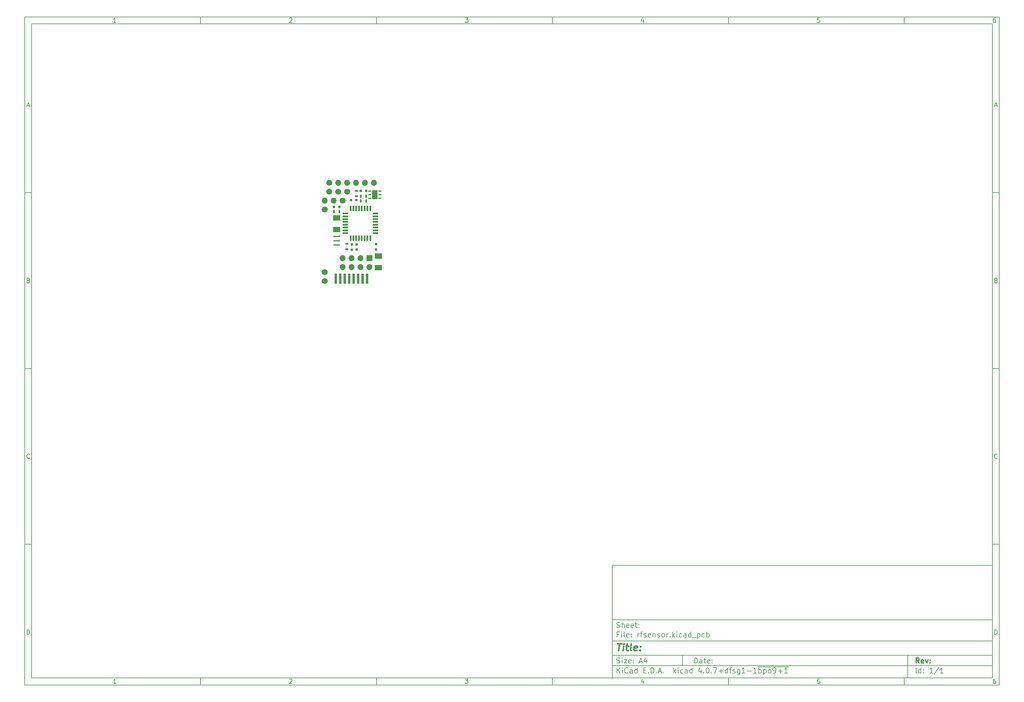
<source format=gbr>
G04 #@! TF.FileFunction,Soldermask,Top*
%FSLAX46Y46*%
G04 Gerber Fmt 4.6, Leading zero omitted, Abs format (unit mm)*
G04 Created by KiCad (PCBNEW 4.0.7+dfsg1-1~bpo9+1) date Fri Jan  5 13:44:09 2018*
%MOMM*%
%LPD*%
G01*
G04 APERTURE LIST*
%ADD10C,0.100000*%
%ADD11C,0.150000*%
%ADD12C,0.300000*%
%ADD13C,0.400000*%
%ADD14R,1.700000X1.700000*%
%ADD15O,1.700000X1.700000*%
%ADD16R,0.800000X0.750000*%
%ADD17R,2.032000X1.524000*%
%ADD18R,0.750000X0.800000*%
%ADD19R,0.800000X0.800000*%
%ADD20C,1.700000*%
%ADD21R,1.900000X0.450000*%
%ADD22R,0.500000X0.900000*%
%ADD23R,0.900000X0.500000*%
%ADD24R,1.600000X0.550000*%
%ADD25R,0.550000X1.600000*%
%ADD26R,0.850000X0.450000*%
%ADD27R,1.600000X2.500000*%
%ADD28R,0.650000X3.000000*%
G04 APERTURE END LIST*
D10*
D11*
X177002200Y-166007200D02*
X177002200Y-198007200D01*
X285002200Y-198007200D01*
X285002200Y-166007200D01*
X177002200Y-166007200D01*
D10*
D11*
X10000000Y-10000000D02*
X10000000Y-200007200D01*
X287002200Y-200007200D01*
X287002200Y-10000000D01*
X10000000Y-10000000D01*
D10*
D11*
X12000000Y-12000000D02*
X12000000Y-198007200D01*
X285002200Y-198007200D01*
X285002200Y-12000000D01*
X12000000Y-12000000D01*
D10*
D11*
X60000000Y-12000000D02*
X60000000Y-10000000D01*
D10*
D11*
X110000000Y-12000000D02*
X110000000Y-10000000D01*
D10*
D11*
X160000000Y-12000000D02*
X160000000Y-10000000D01*
D10*
D11*
X210000000Y-12000000D02*
X210000000Y-10000000D01*
D10*
D11*
X260000000Y-12000000D02*
X260000000Y-10000000D01*
D10*
D11*
X35990476Y-11588095D02*
X35247619Y-11588095D01*
X35619048Y-11588095D02*
X35619048Y-10288095D01*
X35495238Y-10473810D01*
X35371429Y-10597619D01*
X35247619Y-10659524D01*
D10*
D11*
X85247619Y-10411905D02*
X85309524Y-10350000D01*
X85433333Y-10288095D01*
X85742857Y-10288095D01*
X85866667Y-10350000D01*
X85928571Y-10411905D01*
X85990476Y-10535714D01*
X85990476Y-10659524D01*
X85928571Y-10845238D01*
X85185714Y-11588095D01*
X85990476Y-11588095D01*
D10*
D11*
X135185714Y-10288095D02*
X135990476Y-10288095D01*
X135557143Y-10783333D01*
X135742857Y-10783333D01*
X135866667Y-10845238D01*
X135928571Y-10907143D01*
X135990476Y-11030952D01*
X135990476Y-11340476D01*
X135928571Y-11464286D01*
X135866667Y-11526190D01*
X135742857Y-11588095D01*
X135371429Y-11588095D01*
X135247619Y-11526190D01*
X135185714Y-11464286D01*
D10*
D11*
X185866667Y-10721429D02*
X185866667Y-11588095D01*
X185557143Y-10226190D02*
X185247619Y-11154762D01*
X186052381Y-11154762D01*
D10*
D11*
X235928571Y-10288095D02*
X235309524Y-10288095D01*
X235247619Y-10907143D01*
X235309524Y-10845238D01*
X235433333Y-10783333D01*
X235742857Y-10783333D01*
X235866667Y-10845238D01*
X235928571Y-10907143D01*
X235990476Y-11030952D01*
X235990476Y-11340476D01*
X235928571Y-11464286D01*
X235866667Y-11526190D01*
X235742857Y-11588095D01*
X235433333Y-11588095D01*
X235309524Y-11526190D01*
X235247619Y-11464286D01*
D10*
D11*
X285866667Y-10288095D02*
X285619048Y-10288095D01*
X285495238Y-10350000D01*
X285433333Y-10411905D01*
X285309524Y-10597619D01*
X285247619Y-10845238D01*
X285247619Y-11340476D01*
X285309524Y-11464286D01*
X285371429Y-11526190D01*
X285495238Y-11588095D01*
X285742857Y-11588095D01*
X285866667Y-11526190D01*
X285928571Y-11464286D01*
X285990476Y-11340476D01*
X285990476Y-11030952D01*
X285928571Y-10907143D01*
X285866667Y-10845238D01*
X285742857Y-10783333D01*
X285495238Y-10783333D01*
X285371429Y-10845238D01*
X285309524Y-10907143D01*
X285247619Y-11030952D01*
D10*
D11*
X60000000Y-198007200D02*
X60000000Y-200007200D01*
D10*
D11*
X110000000Y-198007200D02*
X110000000Y-200007200D01*
D10*
D11*
X160000000Y-198007200D02*
X160000000Y-200007200D01*
D10*
D11*
X210000000Y-198007200D02*
X210000000Y-200007200D01*
D10*
D11*
X260000000Y-198007200D02*
X260000000Y-200007200D01*
D10*
D11*
X35990476Y-199595295D02*
X35247619Y-199595295D01*
X35619048Y-199595295D02*
X35619048Y-198295295D01*
X35495238Y-198481010D01*
X35371429Y-198604819D01*
X35247619Y-198666724D01*
D10*
D11*
X85247619Y-198419105D02*
X85309524Y-198357200D01*
X85433333Y-198295295D01*
X85742857Y-198295295D01*
X85866667Y-198357200D01*
X85928571Y-198419105D01*
X85990476Y-198542914D01*
X85990476Y-198666724D01*
X85928571Y-198852438D01*
X85185714Y-199595295D01*
X85990476Y-199595295D01*
D10*
D11*
X135185714Y-198295295D02*
X135990476Y-198295295D01*
X135557143Y-198790533D01*
X135742857Y-198790533D01*
X135866667Y-198852438D01*
X135928571Y-198914343D01*
X135990476Y-199038152D01*
X135990476Y-199347676D01*
X135928571Y-199471486D01*
X135866667Y-199533390D01*
X135742857Y-199595295D01*
X135371429Y-199595295D01*
X135247619Y-199533390D01*
X135185714Y-199471486D01*
D10*
D11*
X185866667Y-198728629D02*
X185866667Y-199595295D01*
X185557143Y-198233390D02*
X185247619Y-199161962D01*
X186052381Y-199161962D01*
D10*
D11*
X235928571Y-198295295D02*
X235309524Y-198295295D01*
X235247619Y-198914343D01*
X235309524Y-198852438D01*
X235433333Y-198790533D01*
X235742857Y-198790533D01*
X235866667Y-198852438D01*
X235928571Y-198914343D01*
X235990476Y-199038152D01*
X235990476Y-199347676D01*
X235928571Y-199471486D01*
X235866667Y-199533390D01*
X235742857Y-199595295D01*
X235433333Y-199595295D01*
X235309524Y-199533390D01*
X235247619Y-199471486D01*
D10*
D11*
X285866667Y-198295295D02*
X285619048Y-198295295D01*
X285495238Y-198357200D01*
X285433333Y-198419105D01*
X285309524Y-198604819D01*
X285247619Y-198852438D01*
X285247619Y-199347676D01*
X285309524Y-199471486D01*
X285371429Y-199533390D01*
X285495238Y-199595295D01*
X285742857Y-199595295D01*
X285866667Y-199533390D01*
X285928571Y-199471486D01*
X285990476Y-199347676D01*
X285990476Y-199038152D01*
X285928571Y-198914343D01*
X285866667Y-198852438D01*
X285742857Y-198790533D01*
X285495238Y-198790533D01*
X285371429Y-198852438D01*
X285309524Y-198914343D01*
X285247619Y-199038152D01*
D10*
D11*
X10000000Y-60000000D02*
X12000000Y-60000000D01*
D10*
D11*
X10000000Y-110000000D02*
X12000000Y-110000000D01*
D10*
D11*
X10000000Y-160000000D02*
X12000000Y-160000000D01*
D10*
D11*
X10690476Y-35216667D02*
X11309524Y-35216667D01*
X10566667Y-35588095D02*
X11000000Y-34288095D01*
X11433333Y-35588095D01*
D10*
D11*
X11092857Y-84907143D02*
X11278571Y-84969048D01*
X11340476Y-85030952D01*
X11402381Y-85154762D01*
X11402381Y-85340476D01*
X11340476Y-85464286D01*
X11278571Y-85526190D01*
X11154762Y-85588095D01*
X10659524Y-85588095D01*
X10659524Y-84288095D01*
X11092857Y-84288095D01*
X11216667Y-84350000D01*
X11278571Y-84411905D01*
X11340476Y-84535714D01*
X11340476Y-84659524D01*
X11278571Y-84783333D01*
X11216667Y-84845238D01*
X11092857Y-84907143D01*
X10659524Y-84907143D01*
D10*
D11*
X11402381Y-135464286D02*
X11340476Y-135526190D01*
X11154762Y-135588095D01*
X11030952Y-135588095D01*
X10845238Y-135526190D01*
X10721429Y-135402381D01*
X10659524Y-135278571D01*
X10597619Y-135030952D01*
X10597619Y-134845238D01*
X10659524Y-134597619D01*
X10721429Y-134473810D01*
X10845238Y-134350000D01*
X11030952Y-134288095D01*
X11154762Y-134288095D01*
X11340476Y-134350000D01*
X11402381Y-134411905D01*
D10*
D11*
X10659524Y-185588095D02*
X10659524Y-184288095D01*
X10969048Y-184288095D01*
X11154762Y-184350000D01*
X11278571Y-184473810D01*
X11340476Y-184597619D01*
X11402381Y-184845238D01*
X11402381Y-185030952D01*
X11340476Y-185278571D01*
X11278571Y-185402381D01*
X11154762Y-185526190D01*
X10969048Y-185588095D01*
X10659524Y-185588095D01*
D10*
D11*
X287002200Y-60000000D02*
X285002200Y-60000000D01*
D10*
D11*
X287002200Y-110000000D02*
X285002200Y-110000000D01*
D10*
D11*
X287002200Y-160000000D02*
X285002200Y-160000000D01*
D10*
D11*
X285692676Y-35216667D02*
X286311724Y-35216667D01*
X285568867Y-35588095D02*
X286002200Y-34288095D01*
X286435533Y-35588095D01*
D10*
D11*
X286095057Y-84907143D02*
X286280771Y-84969048D01*
X286342676Y-85030952D01*
X286404581Y-85154762D01*
X286404581Y-85340476D01*
X286342676Y-85464286D01*
X286280771Y-85526190D01*
X286156962Y-85588095D01*
X285661724Y-85588095D01*
X285661724Y-84288095D01*
X286095057Y-84288095D01*
X286218867Y-84350000D01*
X286280771Y-84411905D01*
X286342676Y-84535714D01*
X286342676Y-84659524D01*
X286280771Y-84783333D01*
X286218867Y-84845238D01*
X286095057Y-84907143D01*
X285661724Y-84907143D01*
D10*
D11*
X286404581Y-135464286D02*
X286342676Y-135526190D01*
X286156962Y-135588095D01*
X286033152Y-135588095D01*
X285847438Y-135526190D01*
X285723629Y-135402381D01*
X285661724Y-135278571D01*
X285599819Y-135030952D01*
X285599819Y-134845238D01*
X285661724Y-134597619D01*
X285723629Y-134473810D01*
X285847438Y-134350000D01*
X286033152Y-134288095D01*
X286156962Y-134288095D01*
X286342676Y-134350000D01*
X286404581Y-134411905D01*
D10*
D11*
X285661724Y-185588095D02*
X285661724Y-184288095D01*
X285971248Y-184288095D01*
X286156962Y-184350000D01*
X286280771Y-184473810D01*
X286342676Y-184597619D01*
X286404581Y-184845238D01*
X286404581Y-185030952D01*
X286342676Y-185278571D01*
X286280771Y-185402381D01*
X286156962Y-185526190D01*
X285971248Y-185588095D01*
X285661724Y-185588095D01*
D10*
D11*
X200359343Y-193785771D02*
X200359343Y-192285771D01*
X200716486Y-192285771D01*
X200930771Y-192357200D01*
X201073629Y-192500057D01*
X201145057Y-192642914D01*
X201216486Y-192928629D01*
X201216486Y-193142914D01*
X201145057Y-193428629D01*
X201073629Y-193571486D01*
X200930771Y-193714343D01*
X200716486Y-193785771D01*
X200359343Y-193785771D01*
X202502200Y-193785771D02*
X202502200Y-193000057D01*
X202430771Y-192857200D01*
X202287914Y-192785771D01*
X202002200Y-192785771D01*
X201859343Y-192857200D01*
X202502200Y-193714343D02*
X202359343Y-193785771D01*
X202002200Y-193785771D01*
X201859343Y-193714343D01*
X201787914Y-193571486D01*
X201787914Y-193428629D01*
X201859343Y-193285771D01*
X202002200Y-193214343D01*
X202359343Y-193214343D01*
X202502200Y-193142914D01*
X203002200Y-192785771D02*
X203573629Y-192785771D01*
X203216486Y-192285771D02*
X203216486Y-193571486D01*
X203287914Y-193714343D01*
X203430772Y-193785771D01*
X203573629Y-193785771D01*
X204645057Y-193714343D02*
X204502200Y-193785771D01*
X204216486Y-193785771D01*
X204073629Y-193714343D01*
X204002200Y-193571486D01*
X204002200Y-193000057D01*
X204073629Y-192857200D01*
X204216486Y-192785771D01*
X204502200Y-192785771D01*
X204645057Y-192857200D01*
X204716486Y-193000057D01*
X204716486Y-193142914D01*
X204002200Y-193285771D01*
X205359343Y-193642914D02*
X205430771Y-193714343D01*
X205359343Y-193785771D01*
X205287914Y-193714343D01*
X205359343Y-193642914D01*
X205359343Y-193785771D01*
X205359343Y-192857200D02*
X205430771Y-192928629D01*
X205359343Y-193000057D01*
X205287914Y-192928629D01*
X205359343Y-192857200D01*
X205359343Y-193000057D01*
D10*
D11*
X177002200Y-194507200D02*
X285002200Y-194507200D01*
D10*
D11*
X178359343Y-196585771D02*
X178359343Y-195085771D01*
X179216486Y-196585771D02*
X178573629Y-195728629D01*
X179216486Y-195085771D02*
X178359343Y-195942914D01*
X179859343Y-196585771D02*
X179859343Y-195585771D01*
X179859343Y-195085771D02*
X179787914Y-195157200D01*
X179859343Y-195228629D01*
X179930771Y-195157200D01*
X179859343Y-195085771D01*
X179859343Y-195228629D01*
X181430772Y-196442914D02*
X181359343Y-196514343D01*
X181145057Y-196585771D01*
X181002200Y-196585771D01*
X180787915Y-196514343D01*
X180645057Y-196371486D01*
X180573629Y-196228629D01*
X180502200Y-195942914D01*
X180502200Y-195728629D01*
X180573629Y-195442914D01*
X180645057Y-195300057D01*
X180787915Y-195157200D01*
X181002200Y-195085771D01*
X181145057Y-195085771D01*
X181359343Y-195157200D01*
X181430772Y-195228629D01*
X182716486Y-196585771D02*
X182716486Y-195800057D01*
X182645057Y-195657200D01*
X182502200Y-195585771D01*
X182216486Y-195585771D01*
X182073629Y-195657200D01*
X182716486Y-196514343D02*
X182573629Y-196585771D01*
X182216486Y-196585771D01*
X182073629Y-196514343D01*
X182002200Y-196371486D01*
X182002200Y-196228629D01*
X182073629Y-196085771D01*
X182216486Y-196014343D01*
X182573629Y-196014343D01*
X182716486Y-195942914D01*
X184073629Y-196585771D02*
X184073629Y-195085771D01*
X184073629Y-196514343D02*
X183930772Y-196585771D01*
X183645058Y-196585771D01*
X183502200Y-196514343D01*
X183430772Y-196442914D01*
X183359343Y-196300057D01*
X183359343Y-195871486D01*
X183430772Y-195728629D01*
X183502200Y-195657200D01*
X183645058Y-195585771D01*
X183930772Y-195585771D01*
X184073629Y-195657200D01*
X185930772Y-195800057D02*
X186430772Y-195800057D01*
X186645058Y-196585771D02*
X185930772Y-196585771D01*
X185930772Y-195085771D01*
X186645058Y-195085771D01*
X187287915Y-196442914D02*
X187359343Y-196514343D01*
X187287915Y-196585771D01*
X187216486Y-196514343D01*
X187287915Y-196442914D01*
X187287915Y-196585771D01*
X188002201Y-196585771D02*
X188002201Y-195085771D01*
X188359344Y-195085771D01*
X188573629Y-195157200D01*
X188716487Y-195300057D01*
X188787915Y-195442914D01*
X188859344Y-195728629D01*
X188859344Y-195942914D01*
X188787915Y-196228629D01*
X188716487Y-196371486D01*
X188573629Y-196514343D01*
X188359344Y-196585771D01*
X188002201Y-196585771D01*
X189502201Y-196442914D02*
X189573629Y-196514343D01*
X189502201Y-196585771D01*
X189430772Y-196514343D01*
X189502201Y-196442914D01*
X189502201Y-196585771D01*
X190145058Y-196157200D02*
X190859344Y-196157200D01*
X190002201Y-196585771D02*
X190502201Y-195085771D01*
X191002201Y-196585771D01*
X191502201Y-196442914D02*
X191573629Y-196514343D01*
X191502201Y-196585771D01*
X191430772Y-196514343D01*
X191502201Y-196442914D01*
X191502201Y-196585771D01*
X194502201Y-196585771D02*
X194502201Y-195085771D01*
X194645058Y-196014343D02*
X195073629Y-196585771D01*
X195073629Y-195585771D02*
X194502201Y-196157200D01*
X195716487Y-196585771D02*
X195716487Y-195585771D01*
X195716487Y-195085771D02*
X195645058Y-195157200D01*
X195716487Y-195228629D01*
X195787915Y-195157200D01*
X195716487Y-195085771D01*
X195716487Y-195228629D01*
X197073630Y-196514343D02*
X196930773Y-196585771D01*
X196645059Y-196585771D01*
X196502201Y-196514343D01*
X196430773Y-196442914D01*
X196359344Y-196300057D01*
X196359344Y-195871486D01*
X196430773Y-195728629D01*
X196502201Y-195657200D01*
X196645059Y-195585771D01*
X196930773Y-195585771D01*
X197073630Y-195657200D01*
X198359344Y-196585771D02*
X198359344Y-195800057D01*
X198287915Y-195657200D01*
X198145058Y-195585771D01*
X197859344Y-195585771D01*
X197716487Y-195657200D01*
X198359344Y-196514343D02*
X198216487Y-196585771D01*
X197859344Y-196585771D01*
X197716487Y-196514343D01*
X197645058Y-196371486D01*
X197645058Y-196228629D01*
X197716487Y-196085771D01*
X197859344Y-196014343D01*
X198216487Y-196014343D01*
X198359344Y-195942914D01*
X199716487Y-196585771D02*
X199716487Y-195085771D01*
X199716487Y-196514343D02*
X199573630Y-196585771D01*
X199287916Y-196585771D01*
X199145058Y-196514343D01*
X199073630Y-196442914D01*
X199002201Y-196300057D01*
X199002201Y-195871486D01*
X199073630Y-195728629D01*
X199145058Y-195657200D01*
X199287916Y-195585771D01*
X199573630Y-195585771D01*
X199716487Y-195657200D01*
X202216487Y-195585771D02*
X202216487Y-196585771D01*
X201859344Y-195014343D02*
X201502201Y-196085771D01*
X202430773Y-196085771D01*
X203002201Y-196442914D02*
X203073629Y-196514343D01*
X203002201Y-196585771D01*
X202930772Y-196514343D01*
X203002201Y-196442914D01*
X203002201Y-196585771D01*
X204002201Y-195085771D02*
X204145058Y-195085771D01*
X204287915Y-195157200D01*
X204359344Y-195228629D01*
X204430773Y-195371486D01*
X204502201Y-195657200D01*
X204502201Y-196014343D01*
X204430773Y-196300057D01*
X204359344Y-196442914D01*
X204287915Y-196514343D01*
X204145058Y-196585771D01*
X204002201Y-196585771D01*
X203859344Y-196514343D01*
X203787915Y-196442914D01*
X203716487Y-196300057D01*
X203645058Y-196014343D01*
X203645058Y-195657200D01*
X203716487Y-195371486D01*
X203787915Y-195228629D01*
X203859344Y-195157200D01*
X204002201Y-195085771D01*
X205145058Y-196442914D02*
X205216486Y-196514343D01*
X205145058Y-196585771D01*
X205073629Y-196514343D01*
X205145058Y-196442914D01*
X205145058Y-196585771D01*
X205716487Y-195085771D02*
X206716487Y-195085771D01*
X206073630Y-196585771D01*
X207287915Y-196014343D02*
X208430772Y-196014343D01*
X207859343Y-196585771D02*
X207859343Y-195442914D01*
X209787915Y-196585771D02*
X209787915Y-195085771D01*
X209787915Y-196514343D02*
X209645058Y-196585771D01*
X209359344Y-196585771D01*
X209216486Y-196514343D01*
X209145058Y-196442914D01*
X209073629Y-196300057D01*
X209073629Y-195871486D01*
X209145058Y-195728629D01*
X209216486Y-195657200D01*
X209359344Y-195585771D01*
X209645058Y-195585771D01*
X209787915Y-195657200D01*
X210287915Y-195585771D02*
X210859344Y-195585771D01*
X210502201Y-196585771D02*
X210502201Y-195300057D01*
X210573629Y-195157200D01*
X210716487Y-195085771D01*
X210859344Y-195085771D01*
X211287915Y-196514343D02*
X211430772Y-196585771D01*
X211716487Y-196585771D01*
X211859344Y-196514343D01*
X211930772Y-196371486D01*
X211930772Y-196300057D01*
X211859344Y-196157200D01*
X211716487Y-196085771D01*
X211502201Y-196085771D01*
X211359344Y-196014343D01*
X211287915Y-195871486D01*
X211287915Y-195800057D01*
X211359344Y-195657200D01*
X211502201Y-195585771D01*
X211716487Y-195585771D01*
X211859344Y-195657200D01*
X213216487Y-195585771D02*
X213216487Y-196800057D01*
X213145058Y-196942914D01*
X213073630Y-197014343D01*
X212930773Y-197085771D01*
X212716487Y-197085771D01*
X212573630Y-197014343D01*
X213216487Y-196514343D02*
X213073630Y-196585771D01*
X212787916Y-196585771D01*
X212645058Y-196514343D01*
X212573630Y-196442914D01*
X212502201Y-196300057D01*
X212502201Y-195871486D01*
X212573630Y-195728629D01*
X212645058Y-195657200D01*
X212787916Y-195585771D01*
X213073630Y-195585771D01*
X213216487Y-195657200D01*
X214716487Y-196585771D02*
X213859344Y-196585771D01*
X214287916Y-196585771D02*
X214287916Y-195085771D01*
X214145059Y-195300057D01*
X214002201Y-195442914D01*
X213859344Y-195514343D01*
X215359344Y-196014343D02*
X216502201Y-196014343D01*
X218002201Y-196585771D02*
X217145058Y-196585771D01*
X217573630Y-196585771D02*
X217573630Y-195085771D01*
X217430773Y-195300057D01*
X217287915Y-195442914D01*
X217145058Y-195514343D01*
X218645058Y-196585771D02*
X218645058Y-195085771D01*
X218645058Y-195657200D02*
X218787915Y-195585771D01*
X219073629Y-195585771D01*
X219216486Y-195657200D01*
X219287915Y-195728629D01*
X219359344Y-195871486D01*
X219359344Y-196300057D01*
X219287915Y-196442914D01*
X219216486Y-196514343D01*
X219073629Y-196585771D01*
X218787915Y-196585771D01*
X218645058Y-196514343D01*
X220002201Y-195585771D02*
X220002201Y-197085771D01*
X220002201Y-195657200D02*
X220145058Y-195585771D01*
X220430772Y-195585771D01*
X220573629Y-195657200D01*
X220645058Y-195728629D01*
X220716487Y-195871486D01*
X220716487Y-196300057D01*
X220645058Y-196442914D01*
X220573629Y-196514343D01*
X220430772Y-196585771D01*
X220145058Y-196585771D01*
X220002201Y-196514343D01*
X221573630Y-196585771D02*
X221430772Y-196514343D01*
X221359344Y-196442914D01*
X221287915Y-196300057D01*
X221287915Y-195871486D01*
X221359344Y-195728629D01*
X221430772Y-195657200D01*
X221573630Y-195585771D01*
X221787915Y-195585771D01*
X221930772Y-195657200D01*
X222002201Y-195728629D01*
X222073630Y-195871486D01*
X222073630Y-196300057D01*
X222002201Y-196442914D01*
X221930772Y-196514343D01*
X221787915Y-196585771D01*
X221573630Y-196585771D01*
X222787915Y-196585771D02*
X223073630Y-196585771D01*
X223216487Y-196514343D01*
X223287915Y-196442914D01*
X223430773Y-196228629D01*
X223502201Y-195942914D01*
X223502201Y-195371486D01*
X223430773Y-195228629D01*
X223359344Y-195157200D01*
X223216487Y-195085771D01*
X222930773Y-195085771D01*
X222787915Y-195157200D01*
X222716487Y-195228629D01*
X222645058Y-195371486D01*
X222645058Y-195728629D01*
X222716487Y-195871486D01*
X222787915Y-195942914D01*
X222930773Y-196014343D01*
X223216487Y-196014343D01*
X223359344Y-195942914D01*
X223430773Y-195871486D01*
X223502201Y-195728629D01*
X224145058Y-196014343D02*
X225287915Y-196014343D01*
X224716486Y-196585771D02*
X224716486Y-195442914D01*
X226787915Y-196585771D02*
X225930772Y-196585771D01*
X226359344Y-196585771D02*
X226359344Y-195085771D01*
X226216487Y-195300057D01*
X226073629Y-195442914D01*
X225930772Y-195514343D01*
X218287915Y-194827200D02*
X227073629Y-194827200D01*
D10*
D11*
X177002200Y-191507200D02*
X285002200Y-191507200D01*
D10*
D12*
X264216486Y-193785771D02*
X263716486Y-193071486D01*
X263359343Y-193785771D02*
X263359343Y-192285771D01*
X263930771Y-192285771D01*
X264073629Y-192357200D01*
X264145057Y-192428629D01*
X264216486Y-192571486D01*
X264216486Y-192785771D01*
X264145057Y-192928629D01*
X264073629Y-193000057D01*
X263930771Y-193071486D01*
X263359343Y-193071486D01*
X265430771Y-193714343D02*
X265287914Y-193785771D01*
X265002200Y-193785771D01*
X264859343Y-193714343D01*
X264787914Y-193571486D01*
X264787914Y-193000057D01*
X264859343Y-192857200D01*
X265002200Y-192785771D01*
X265287914Y-192785771D01*
X265430771Y-192857200D01*
X265502200Y-193000057D01*
X265502200Y-193142914D01*
X264787914Y-193285771D01*
X266002200Y-192785771D02*
X266359343Y-193785771D01*
X266716485Y-192785771D01*
X267287914Y-193642914D02*
X267359342Y-193714343D01*
X267287914Y-193785771D01*
X267216485Y-193714343D01*
X267287914Y-193642914D01*
X267287914Y-193785771D01*
X267287914Y-192857200D02*
X267359342Y-192928629D01*
X267287914Y-193000057D01*
X267216485Y-192928629D01*
X267287914Y-192857200D01*
X267287914Y-193000057D01*
D10*
D11*
X178287914Y-193714343D02*
X178502200Y-193785771D01*
X178859343Y-193785771D01*
X179002200Y-193714343D01*
X179073629Y-193642914D01*
X179145057Y-193500057D01*
X179145057Y-193357200D01*
X179073629Y-193214343D01*
X179002200Y-193142914D01*
X178859343Y-193071486D01*
X178573629Y-193000057D01*
X178430771Y-192928629D01*
X178359343Y-192857200D01*
X178287914Y-192714343D01*
X178287914Y-192571486D01*
X178359343Y-192428629D01*
X178430771Y-192357200D01*
X178573629Y-192285771D01*
X178930771Y-192285771D01*
X179145057Y-192357200D01*
X179787914Y-193785771D02*
X179787914Y-192785771D01*
X179787914Y-192285771D02*
X179716485Y-192357200D01*
X179787914Y-192428629D01*
X179859342Y-192357200D01*
X179787914Y-192285771D01*
X179787914Y-192428629D01*
X180359343Y-192785771D02*
X181145057Y-192785771D01*
X180359343Y-193785771D01*
X181145057Y-193785771D01*
X182287914Y-193714343D02*
X182145057Y-193785771D01*
X181859343Y-193785771D01*
X181716486Y-193714343D01*
X181645057Y-193571486D01*
X181645057Y-193000057D01*
X181716486Y-192857200D01*
X181859343Y-192785771D01*
X182145057Y-192785771D01*
X182287914Y-192857200D01*
X182359343Y-193000057D01*
X182359343Y-193142914D01*
X181645057Y-193285771D01*
X183002200Y-193642914D02*
X183073628Y-193714343D01*
X183002200Y-193785771D01*
X182930771Y-193714343D01*
X183002200Y-193642914D01*
X183002200Y-193785771D01*
X183002200Y-192857200D02*
X183073628Y-192928629D01*
X183002200Y-193000057D01*
X182930771Y-192928629D01*
X183002200Y-192857200D01*
X183002200Y-193000057D01*
X184787914Y-193357200D02*
X185502200Y-193357200D01*
X184645057Y-193785771D02*
X185145057Y-192285771D01*
X185645057Y-193785771D01*
X186787914Y-192785771D02*
X186787914Y-193785771D01*
X186430771Y-192214343D02*
X186073628Y-193285771D01*
X187002200Y-193285771D01*
D10*
D11*
X263359343Y-196585771D02*
X263359343Y-195085771D01*
X264716486Y-196585771D02*
X264716486Y-195085771D01*
X264716486Y-196514343D02*
X264573629Y-196585771D01*
X264287915Y-196585771D01*
X264145057Y-196514343D01*
X264073629Y-196442914D01*
X264002200Y-196300057D01*
X264002200Y-195871486D01*
X264073629Y-195728629D01*
X264145057Y-195657200D01*
X264287915Y-195585771D01*
X264573629Y-195585771D01*
X264716486Y-195657200D01*
X265430772Y-196442914D02*
X265502200Y-196514343D01*
X265430772Y-196585771D01*
X265359343Y-196514343D01*
X265430772Y-196442914D01*
X265430772Y-196585771D01*
X265430772Y-195657200D02*
X265502200Y-195728629D01*
X265430772Y-195800057D01*
X265359343Y-195728629D01*
X265430772Y-195657200D01*
X265430772Y-195800057D01*
X268073629Y-196585771D02*
X267216486Y-196585771D01*
X267645058Y-196585771D02*
X267645058Y-195085771D01*
X267502201Y-195300057D01*
X267359343Y-195442914D01*
X267216486Y-195514343D01*
X269787914Y-195014343D02*
X268502200Y-196942914D01*
X271073629Y-196585771D02*
X270216486Y-196585771D01*
X270645058Y-196585771D02*
X270645058Y-195085771D01*
X270502201Y-195300057D01*
X270359343Y-195442914D01*
X270216486Y-195514343D01*
D10*
D11*
X177002200Y-187507200D02*
X285002200Y-187507200D01*
D10*
D13*
X178454581Y-188211962D02*
X179597438Y-188211962D01*
X178776010Y-190211962D02*
X179026010Y-188211962D01*
X180014105Y-190211962D02*
X180180771Y-188878629D01*
X180264105Y-188211962D02*
X180156962Y-188307200D01*
X180240295Y-188402438D01*
X180347439Y-188307200D01*
X180264105Y-188211962D01*
X180240295Y-188402438D01*
X180847438Y-188878629D02*
X181609343Y-188878629D01*
X181216486Y-188211962D02*
X181002200Y-189926248D01*
X181073630Y-190116724D01*
X181252201Y-190211962D01*
X181442677Y-190211962D01*
X182395058Y-190211962D02*
X182216487Y-190116724D01*
X182145057Y-189926248D01*
X182359343Y-188211962D01*
X183930772Y-190116724D02*
X183728391Y-190211962D01*
X183347439Y-190211962D01*
X183168867Y-190116724D01*
X183097438Y-189926248D01*
X183192676Y-189164343D01*
X183311724Y-188973867D01*
X183514105Y-188878629D01*
X183895057Y-188878629D01*
X184073629Y-188973867D01*
X184145057Y-189164343D01*
X184121248Y-189354819D01*
X183145057Y-189545295D01*
X184895057Y-190021486D02*
X184978392Y-190116724D01*
X184871248Y-190211962D01*
X184787915Y-190116724D01*
X184895057Y-190021486D01*
X184871248Y-190211962D01*
X185026010Y-188973867D02*
X185109344Y-189069105D01*
X185002200Y-189164343D01*
X184918867Y-189069105D01*
X185026010Y-188973867D01*
X185002200Y-189164343D01*
D10*
D11*
X178859343Y-185600057D02*
X178359343Y-185600057D01*
X178359343Y-186385771D02*
X178359343Y-184885771D01*
X179073629Y-184885771D01*
X179645057Y-186385771D02*
X179645057Y-185385771D01*
X179645057Y-184885771D02*
X179573628Y-184957200D01*
X179645057Y-185028629D01*
X179716485Y-184957200D01*
X179645057Y-184885771D01*
X179645057Y-185028629D01*
X180573629Y-186385771D02*
X180430771Y-186314343D01*
X180359343Y-186171486D01*
X180359343Y-184885771D01*
X181716485Y-186314343D02*
X181573628Y-186385771D01*
X181287914Y-186385771D01*
X181145057Y-186314343D01*
X181073628Y-186171486D01*
X181073628Y-185600057D01*
X181145057Y-185457200D01*
X181287914Y-185385771D01*
X181573628Y-185385771D01*
X181716485Y-185457200D01*
X181787914Y-185600057D01*
X181787914Y-185742914D01*
X181073628Y-185885771D01*
X182430771Y-186242914D02*
X182502199Y-186314343D01*
X182430771Y-186385771D01*
X182359342Y-186314343D01*
X182430771Y-186242914D01*
X182430771Y-186385771D01*
X182430771Y-185457200D02*
X182502199Y-185528629D01*
X182430771Y-185600057D01*
X182359342Y-185528629D01*
X182430771Y-185457200D01*
X182430771Y-185600057D01*
X184287914Y-186385771D02*
X184287914Y-185385771D01*
X184287914Y-185671486D02*
X184359342Y-185528629D01*
X184430771Y-185457200D01*
X184573628Y-185385771D01*
X184716485Y-185385771D01*
X185002199Y-185385771D02*
X185573628Y-185385771D01*
X185216485Y-186385771D02*
X185216485Y-185100057D01*
X185287913Y-184957200D01*
X185430771Y-184885771D01*
X185573628Y-184885771D01*
X186002199Y-186314343D02*
X186145056Y-186385771D01*
X186430771Y-186385771D01*
X186573628Y-186314343D01*
X186645056Y-186171486D01*
X186645056Y-186100057D01*
X186573628Y-185957200D01*
X186430771Y-185885771D01*
X186216485Y-185885771D01*
X186073628Y-185814343D01*
X186002199Y-185671486D01*
X186002199Y-185600057D01*
X186073628Y-185457200D01*
X186216485Y-185385771D01*
X186430771Y-185385771D01*
X186573628Y-185457200D01*
X187859342Y-186314343D02*
X187716485Y-186385771D01*
X187430771Y-186385771D01*
X187287914Y-186314343D01*
X187216485Y-186171486D01*
X187216485Y-185600057D01*
X187287914Y-185457200D01*
X187430771Y-185385771D01*
X187716485Y-185385771D01*
X187859342Y-185457200D01*
X187930771Y-185600057D01*
X187930771Y-185742914D01*
X187216485Y-185885771D01*
X188573628Y-185385771D02*
X188573628Y-186385771D01*
X188573628Y-185528629D02*
X188645056Y-185457200D01*
X188787914Y-185385771D01*
X189002199Y-185385771D01*
X189145056Y-185457200D01*
X189216485Y-185600057D01*
X189216485Y-186385771D01*
X189859342Y-186314343D02*
X190002199Y-186385771D01*
X190287914Y-186385771D01*
X190430771Y-186314343D01*
X190502199Y-186171486D01*
X190502199Y-186100057D01*
X190430771Y-185957200D01*
X190287914Y-185885771D01*
X190073628Y-185885771D01*
X189930771Y-185814343D01*
X189859342Y-185671486D01*
X189859342Y-185600057D01*
X189930771Y-185457200D01*
X190073628Y-185385771D01*
X190287914Y-185385771D01*
X190430771Y-185457200D01*
X191359343Y-186385771D02*
X191216485Y-186314343D01*
X191145057Y-186242914D01*
X191073628Y-186100057D01*
X191073628Y-185671486D01*
X191145057Y-185528629D01*
X191216485Y-185457200D01*
X191359343Y-185385771D01*
X191573628Y-185385771D01*
X191716485Y-185457200D01*
X191787914Y-185528629D01*
X191859343Y-185671486D01*
X191859343Y-186100057D01*
X191787914Y-186242914D01*
X191716485Y-186314343D01*
X191573628Y-186385771D01*
X191359343Y-186385771D01*
X192502200Y-186385771D02*
X192502200Y-185385771D01*
X192502200Y-185671486D02*
X192573628Y-185528629D01*
X192645057Y-185457200D01*
X192787914Y-185385771D01*
X192930771Y-185385771D01*
X193430771Y-186242914D02*
X193502199Y-186314343D01*
X193430771Y-186385771D01*
X193359342Y-186314343D01*
X193430771Y-186242914D01*
X193430771Y-186385771D01*
X194145057Y-186385771D02*
X194145057Y-184885771D01*
X194287914Y-185814343D02*
X194716485Y-186385771D01*
X194716485Y-185385771D02*
X194145057Y-185957200D01*
X195359343Y-186385771D02*
X195359343Y-185385771D01*
X195359343Y-184885771D02*
X195287914Y-184957200D01*
X195359343Y-185028629D01*
X195430771Y-184957200D01*
X195359343Y-184885771D01*
X195359343Y-185028629D01*
X196716486Y-186314343D02*
X196573629Y-186385771D01*
X196287915Y-186385771D01*
X196145057Y-186314343D01*
X196073629Y-186242914D01*
X196002200Y-186100057D01*
X196002200Y-185671486D01*
X196073629Y-185528629D01*
X196145057Y-185457200D01*
X196287915Y-185385771D01*
X196573629Y-185385771D01*
X196716486Y-185457200D01*
X198002200Y-186385771D02*
X198002200Y-185600057D01*
X197930771Y-185457200D01*
X197787914Y-185385771D01*
X197502200Y-185385771D01*
X197359343Y-185457200D01*
X198002200Y-186314343D02*
X197859343Y-186385771D01*
X197502200Y-186385771D01*
X197359343Y-186314343D01*
X197287914Y-186171486D01*
X197287914Y-186028629D01*
X197359343Y-185885771D01*
X197502200Y-185814343D01*
X197859343Y-185814343D01*
X198002200Y-185742914D01*
X199359343Y-186385771D02*
X199359343Y-184885771D01*
X199359343Y-186314343D02*
X199216486Y-186385771D01*
X198930772Y-186385771D01*
X198787914Y-186314343D01*
X198716486Y-186242914D01*
X198645057Y-186100057D01*
X198645057Y-185671486D01*
X198716486Y-185528629D01*
X198787914Y-185457200D01*
X198930772Y-185385771D01*
X199216486Y-185385771D01*
X199359343Y-185457200D01*
X199716486Y-186528629D02*
X200859343Y-186528629D01*
X201216486Y-185385771D02*
X201216486Y-186885771D01*
X201216486Y-185457200D02*
X201359343Y-185385771D01*
X201645057Y-185385771D01*
X201787914Y-185457200D01*
X201859343Y-185528629D01*
X201930772Y-185671486D01*
X201930772Y-186100057D01*
X201859343Y-186242914D01*
X201787914Y-186314343D01*
X201645057Y-186385771D01*
X201359343Y-186385771D01*
X201216486Y-186314343D01*
X203216486Y-186314343D02*
X203073629Y-186385771D01*
X202787915Y-186385771D01*
X202645057Y-186314343D01*
X202573629Y-186242914D01*
X202502200Y-186100057D01*
X202502200Y-185671486D01*
X202573629Y-185528629D01*
X202645057Y-185457200D01*
X202787915Y-185385771D01*
X203073629Y-185385771D01*
X203216486Y-185457200D01*
X203859343Y-186385771D02*
X203859343Y-184885771D01*
X203859343Y-185457200D02*
X204002200Y-185385771D01*
X204287914Y-185385771D01*
X204430771Y-185457200D01*
X204502200Y-185528629D01*
X204573629Y-185671486D01*
X204573629Y-186100057D01*
X204502200Y-186242914D01*
X204430771Y-186314343D01*
X204287914Y-186385771D01*
X204002200Y-186385771D01*
X203859343Y-186314343D01*
D10*
D11*
X177002200Y-181507200D02*
X285002200Y-181507200D01*
D10*
D11*
X178287914Y-183614343D02*
X178502200Y-183685771D01*
X178859343Y-183685771D01*
X179002200Y-183614343D01*
X179073629Y-183542914D01*
X179145057Y-183400057D01*
X179145057Y-183257200D01*
X179073629Y-183114343D01*
X179002200Y-183042914D01*
X178859343Y-182971486D01*
X178573629Y-182900057D01*
X178430771Y-182828629D01*
X178359343Y-182757200D01*
X178287914Y-182614343D01*
X178287914Y-182471486D01*
X178359343Y-182328629D01*
X178430771Y-182257200D01*
X178573629Y-182185771D01*
X178930771Y-182185771D01*
X179145057Y-182257200D01*
X179787914Y-183685771D02*
X179787914Y-182185771D01*
X180430771Y-183685771D02*
X180430771Y-182900057D01*
X180359342Y-182757200D01*
X180216485Y-182685771D01*
X180002200Y-182685771D01*
X179859342Y-182757200D01*
X179787914Y-182828629D01*
X181716485Y-183614343D02*
X181573628Y-183685771D01*
X181287914Y-183685771D01*
X181145057Y-183614343D01*
X181073628Y-183471486D01*
X181073628Y-182900057D01*
X181145057Y-182757200D01*
X181287914Y-182685771D01*
X181573628Y-182685771D01*
X181716485Y-182757200D01*
X181787914Y-182900057D01*
X181787914Y-183042914D01*
X181073628Y-183185771D01*
X183002199Y-183614343D02*
X182859342Y-183685771D01*
X182573628Y-183685771D01*
X182430771Y-183614343D01*
X182359342Y-183471486D01*
X182359342Y-182900057D01*
X182430771Y-182757200D01*
X182573628Y-182685771D01*
X182859342Y-182685771D01*
X183002199Y-182757200D01*
X183073628Y-182900057D01*
X183073628Y-183042914D01*
X182359342Y-183185771D01*
X183502199Y-182685771D02*
X184073628Y-182685771D01*
X183716485Y-182185771D02*
X183716485Y-183471486D01*
X183787913Y-183614343D01*
X183930771Y-183685771D01*
X184073628Y-183685771D01*
X184573628Y-183542914D02*
X184645056Y-183614343D01*
X184573628Y-183685771D01*
X184502199Y-183614343D01*
X184573628Y-183542914D01*
X184573628Y-183685771D01*
X184573628Y-182757200D02*
X184645056Y-182828629D01*
X184573628Y-182900057D01*
X184502199Y-182828629D01*
X184573628Y-182757200D01*
X184573628Y-182900057D01*
D10*
D11*
X197002200Y-191507200D02*
X197002200Y-194507200D01*
D10*
D11*
X261002200Y-191507200D02*
X261002200Y-198007200D01*
D14*
X107950000Y-78613000D03*
D15*
X107950000Y-81153000D03*
X105410000Y-78613000D03*
X105410000Y-81153000D03*
X102870000Y-78613000D03*
X102870000Y-81153000D03*
X100330000Y-78613000D03*
X100330000Y-81153000D03*
D16*
X99429000Y-64008000D03*
X97929000Y-64008000D03*
X105549000Y-59436000D03*
X107049000Y-59436000D03*
D17*
X98679000Y-70485000D03*
X98679000Y-67183000D03*
D18*
X104368600Y-74662600D03*
X104368600Y-76162600D03*
X109880400Y-76137200D03*
X109880400Y-74637200D03*
D16*
X104255000Y-62103000D03*
X102755000Y-62103000D03*
D17*
X110490000Y-81280000D03*
X110490000Y-77978000D03*
D19*
X102971600Y-76263400D03*
X102971600Y-74663400D03*
D20*
X101600000Y-59690000D03*
X96520000Y-59690000D03*
X95250000Y-85090000D03*
X100330000Y-62230000D03*
D15*
X97790000Y-62230000D03*
X95250000Y-62230000D03*
D20*
X96520000Y-57150000D03*
D15*
X99060000Y-57150000D03*
X101600000Y-57150000D03*
X104140000Y-57150000D03*
X106680000Y-57150000D03*
X109220000Y-57150000D03*
D21*
X98679000Y-74860000D03*
X98679000Y-73660000D03*
X98679000Y-72460000D03*
D22*
X97929000Y-65405000D03*
X99429000Y-65405000D03*
D23*
X101549200Y-76061000D03*
X101549200Y-74561000D03*
X104267000Y-59448000D03*
X104267000Y-60948000D03*
D22*
X107049000Y-62357000D03*
X105549000Y-62357000D03*
X105549000Y-60960000D03*
X107049000Y-60960000D03*
D20*
X95250000Y-82550000D03*
X95250000Y-64770000D03*
D24*
X101160000Y-65907000D03*
X101160000Y-66707000D03*
X101160000Y-67507000D03*
X101160000Y-68307000D03*
X101160000Y-69107000D03*
X101160000Y-69907000D03*
X101160000Y-70707000D03*
X101160000Y-71507000D03*
D25*
X102610000Y-72957000D03*
X103410000Y-72957000D03*
X104210000Y-72957000D03*
X105010000Y-72957000D03*
X105810000Y-72957000D03*
X106610000Y-72957000D03*
X107410000Y-72957000D03*
X108210000Y-72957000D03*
D24*
X109660000Y-71507000D03*
X109660000Y-70707000D03*
X109660000Y-69907000D03*
X109660000Y-69107000D03*
X109660000Y-68307000D03*
X109660000Y-67507000D03*
X109660000Y-66707000D03*
X109660000Y-65907000D03*
D25*
X108210000Y-64457000D03*
X107410000Y-64457000D03*
X106610000Y-64457000D03*
X105810000Y-64457000D03*
X105010000Y-64457000D03*
X104210000Y-64457000D03*
X103410000Y-64457000D03*
X102610000Y-64457000D03*
D26*
X110979880Y-61573920D03*
X110979880Y-60573920D03*
X110979880Y-59573920D03*
X108079880Y-59573920D03*
X108079880Y-60573920D03*
X108079880Y-61573920D03*
D27*
X109529880Y-60573920D03*
D28*
X107315000Y-84479000D03*
X104775000Y-84479000D03*
X102235000Y-84479000D03*
X99695000Y-84479000D03*
X106045000Y-84479000D03*
X103505000Y-84479000D03*
X100965000Y-84479000D03*
X98425000Y-84479000D03*
D20*
X99060000Y-59690000D03*
M02*

</source>
